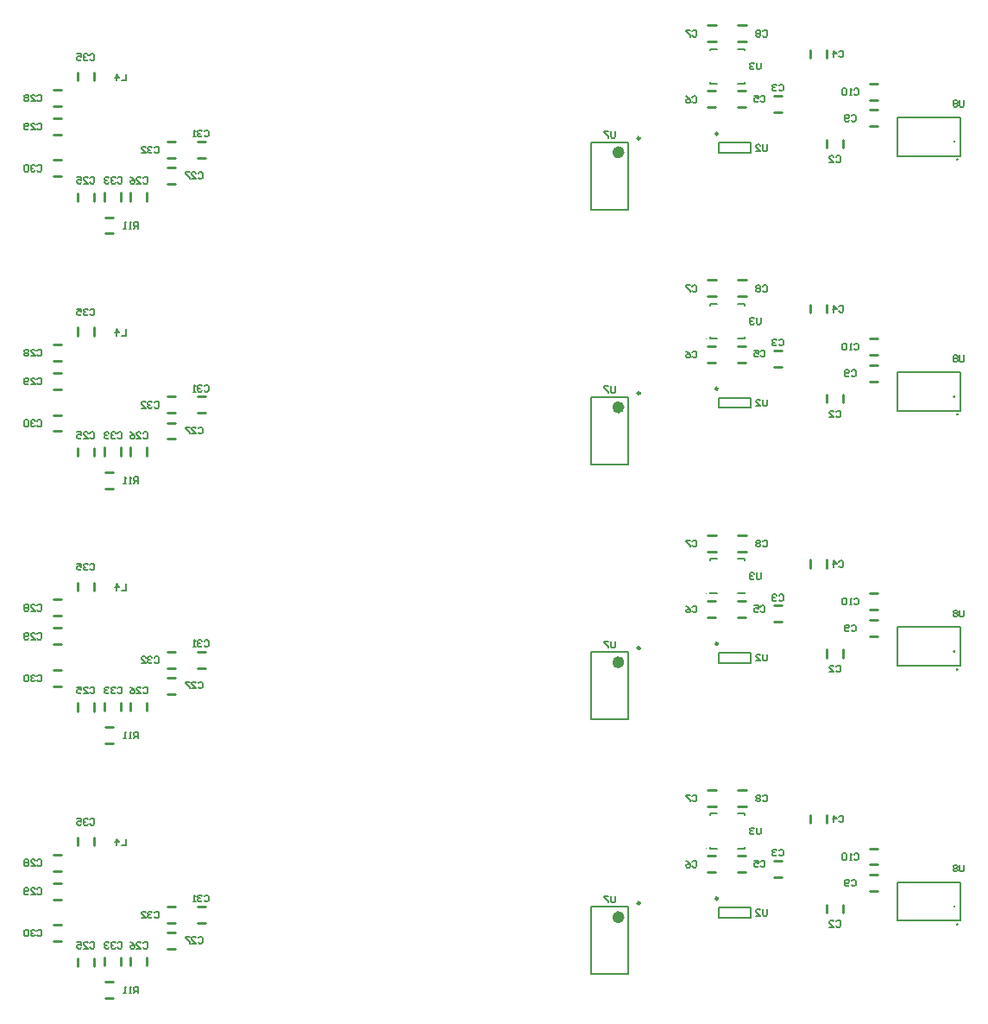
<source format=gbo>
G04*
G04 #@! TF.GenerationSoftware,Altium Limited,Altium Designer,21.0.9 (235)*
G04*
G04 Layer_Color=32896*
%FSLAX44Y44*%
%MOMM*%
G71*
G04*
G04 #@! TF.SameCoordinates,5DD7C229-C87D-40E0-AB69-EEC5175B06D6*
G04*
G04*
G04 #@! TF.FilePolarity,Positive*
G04*
G01*
G75*
%ADD10C,0.2540*%
%ADD43C,0.1270*%
%ADD44C,0.2000*%
%ADD68C,0.2500*%
%ADD72C,0.6000*%
%ADD73C,0.1000*%
D10*
X1218100Y352500D02*
G03*
X1218100Y352500I-100J0D01*
G01*
X1215100Y370000D02*
G03*
X1215100Y370000I-100J0D01*
G01*
X371000Y429793D02*
Y437793D01*
X355000Y429793D02*
Y437793D01*
Y311500D02*
Y319500D01*
X371000Y311500D02*
Y319500D01*
X397000Y312000D02*
Y320000D01*
X381000Y312000D02*
Y320000D01*
X406543Y312000D02*
Y320000D01*
X422543Y312000D02*
Y320000D01*
X1038000Y415000D02*
X1046000D01*
X1038000Y399000D02*
X1046000D01*
X1090000Y452000D02*
Y460000D01*
X1074000Y452000D02*
Y460000D01*
X1132000Y411000D02*
X1140000D01*
X1132000Y427000D02*
X1140000D01*
X1090000Y364000D02*
Y372000D01*
X1106000Y364000D02*
Y372000D01*
X1132000Y401000D02*
X1140000D01*
X1132000Y385000D02*
X1140000D01*
X1002543Y419707D02*
X1010543Y419707D01*
X1002543Y403708D02*
X1010543D01*
X973000Y403708D02*
X981000Y403708D01*
X973000Y419707D02*
X981000D01*
X1003000Y484293D02*
X1011000D01*
X1003000Y468293D02*
X1011000Y468293D01*
X973457D02*
X981457Y468293D01*
X973457Y484293D02*
X981457D01*
X382000Y295958D02*
X390000D01*
X382000Y279958D02*
X390000D01*
X331000Y377000D02*
X339000D01*
X331000Y393000D02*
X339000Y393000D01*
X331000Y336000D02*
X339000D01*
X331000Y352000D02*
X339000D01*
X472543Y370000D02*
X480543D01*
X472543Y354000D02*
X480543D01*
X443000D02*
X451000D01*
X443000Y370000D02*
X451000D01*
X443000Y344458D02*
X451000D01*
X443000Y328458D02*
X451000D01*
X331000Y405000D02*
X339000D01*
X331000Y421000D02*
X339000D01*
X1218100Y602500D02*
G03*
X1218100Y602500I-100J0D01*
G01*
X1215100Y620000D02*
G03*
X1215100Y620000I-100J0D01*
G01*
X371000Y679793D02*
Y687793D01*
X355000Y679793D02*
Y687793D01*
Y561500D02*
Y569500D01*
X371000Y561500D02*
Y569500D01*
X397000Y562000D02*
Y570000D01*
X381000Y562000D02*
Y570000D01*
X406543Y562000D02*
Y570000D01*
X422543Y562000D02*
Y570000D01*
X1038000Y665000D02*
X1046000D01*
X1038000Y649000D02*
X1046000D01*
X1090000Y702000D02*
Y710000D01*
X1074000Y702000D02*
Y710000D01*
X1132000Y661000D02*
X1140000D01*
X1132000Y677000D02*
X1140000D01*
X1090000Y614000D02*
Y622000D01*
X1106000Y614000D02*
Y622000D01*
X1132000Y651000D02*
X1140000D01*
X1132000Y635000D02*
X1140000D01*
X1002543Y669708D02*
X1010543Y669708D01*
X1002543Y653708D02*
X1010543D01*
X973000Y653708D02*
X981000Y653708D01*
X973000Y669708D02*
X981000D01*
X1003000Y734293D02*
X1011000D01*
X1003000Y718293D02*
X1011000Y718293D01*
X973457D02*
X981457Y718293D01*
X973457Y734293D02*
X981457D01*
X382000Y545958D02*
X390000D01*
X382000Y529958D02*
X390000D01*
X331000Y627000D02*
X339000D01*
X331000Y643000D02*
X339000Y643000D01*
X331000Y586000D02*
X339000D01*
X331000Y602000D02*
X339000D01*
X472543Y620000D02*
X480543D01*
X472543Y604000D02*
X480543D01*
X443000D02*
X451000D01*
X443000Y620000D02*
X451000D01*
X443000Y594458D02*
X451000D01*
X443000Y578458D02*
X451000D01*
X331000Y655000D02*
X339000D01*
X331000Y671000D02*
X339000D01*
X1218100Y852500D02*
G03*
X1218100Y852500I-100J0D01*
G01*
X1215100Y870000D02*
G03*
X1215100Y870000I-100J0D01*
G01*
X371000Y929793D02*
Y937793D01*
X355000Y929793D02*
Y937793D01*
Y811500D02*
Y819500D01*
X371000Y811500D02*
Y819500D01*
X397000Y812000D02*
Y820000D01*
X381000Y812000D02*
Y820000D01*
X406543Y812000D02*
Y820000D01*
X422543Y812000D02*
Y820000D01*
X1038000Y915000D02*
X1046000D01*
X1038000Y899000D02*
X1046000D01*
X1090000Y952000D02*
Y960000D01*
X1074000Y952000D02*
Y960000D01*
X1132000Y911000D02*
X1140000D01*
X1132000Y927000D02*
X1140000D01*
X1090000Y864000D02*
Y872000D01*
X1106000Y864000D02*
Y872000D01*
X1132000Y901000D02*
X1140000D01*
X1132000Y885000D02*
X1140000D01*
X1002543Y919708D02*
X1010543Y919708D01*
X1002543Y903708D02*
X1010543D01*
X973000Y903708D02*
X981000Y903708D01*
X973000Y919708D02*
X981000D01*
X1003000Y984293D02*
X1011000D01*
X1003000Y968293D02*
X1011000Y968293D01*
X973457D02*
X981457Y968293D01*
X973457Y984293D02*
X981457D01*
X382000Y795958D02*
X390000D01*
X382000Y779958D02*
X390000D01*
X331000Y877000D02*
X339000D01*
X331000Y893000D02*
X339000Y893000D01*
X331000Y836000D02*
X339000D01*
X331000Y852000D02*
X339000D01*
X472543Y870000D02*
X480543D01*
X472543Y854000D02*
X480543D01*
X443000D02*
X451000D01*
X443000Y870000D02*
X451000D01*
X443000Y844458D02*
X451000D01*
X443000Y828458D02*
X451000D01*
X331000Y905000D02*
X339000D01*
X331000Y921000D02*
X339000D01*
X1218100Y1102500D02*
G03*
X1218100Y1102500I-100J0D01*
G01*
X1215100Y1120000D02*
G03*
X1215100Y1120000I-100J0D01*
G01*
X371000Y1179793D02*
Y1187793D01*
X355000Y1179793D02*
Y1187793D01*
Y1061500D02*
Y1069500D01*
X371000Y1061500D02*
Y1069500D01*
X397000Y1062000D02*
Y1070000D01*
X381000Y1062000D02*
Y1070000D01*
X406543Y1062000D02*
Y1070000D01*
X422543Y1062000D02*
Y1070000D01*
X1038000Y1165000D02*
X1046000D01*
X1038000Y1149000D02*
X1046000D01*
X1090000Y1202000D02*
Y1210000D01*
X1074000Y1202000D02*
Y1210000D01*
X1132000Y1161000D02*
X1140000D01*
X1132000Y1177000D02*
X1140000D01*
X1090000Y1114000D02*
Y1122000D01*
X1106000Y1114000D02*
Y1122000D01*
X1132000Y1151000D02*
X1140000D01*
X1132000Y1135000D02*
X1140000D01*
X1002543Y1169708D02*
X1010543Y1169708D01*
X1002543Y1153708D02*
X1010543D01*
X973000Y1153708D02*
X981000Y1153708D01*
X973000Y1169708D02*
X981000D01*
X1003000Y1234293D02*
X1011000D01*
X1003000Y1218293D02*
X1011000Y1218293D01*
X973457D02*
X981457Y1218293D01*
X973457Y1234293D02*
X981457D01*
X382000Y1045958D02*
X390000D01*
X382000Y1029958D02*
X390000D01*
X331000Y1127000D02*
X339000D01*
X331000Y1143000D02*
X339000Y1143000D01*
X331000Y1086000D02*
X339000D01*
X331000Y1102000D02*
X339000D01*
X472543Y1120000D02*
X480543D01*
X472543Y1104000D02*
X480543D01*
X443000D02*
X451000D01*
X443000Y1120000D02*
X451000D01*
X443000Y1094458D02*
X451000D01*
X443000Y1078458D02*
X451000D01*
X331000Y1155000D02*
X339000D01*
X331000Y1171000D02*
X339000D01*
D43*
X367232Y455116D02*
X368290Y456174D01*
X370406D01*
X371464Y455116D01*
Y450884D01*
X370406Y449826D01*
X368290D01*
X367232Y450884D01*
X365116Y455116D02*
X364058Y456174D01*
X361942D01*
X360884Y455116D01*
Y454058D01*
X361942Y453000D01*
X363000D01*
X361942D01*
X360884Y451942D01*
Y450884D01*
X361942Y449826D01*
X364058D01*
X365116Y450884D01*
X354536Y456174D02*
X358768D01*
Y453000D01*
X356652Y454058D01*
X355594D01*
X354536Y453000D01*
Y450884D01*
X355594Y449826D01*
X357710D01*
X358768Y450884D01*
X367232Y334116D02*
X368290Y335174D01*
X370406D01*
X371464Y334116D01*
Y329884D01*
X370406Y328826D01*
X368290D01*
X367232Y329884D01*
X360884Y328826D02*
X365116D01*
X360884Y333058D01*
Y334116D01*
X361942Y335174D01*
X364058D01*
X365116Y334116D01*
X354536Y335174D02*
X358768D01*
Y332000D01*
X356652Y333058D01*
X355594D01*
X354536Y332000D01*
Y329884D01*
X355594Y328826D01*
X357710D01*
X358768Y329884D01*
X394232Y334116D02*
X395290Y335174D01*
X397406D01*
X398464Y334116D01*
Y329884D01*
X397406Y328826D01*
X395290D01*
X394232Y329884D01*
X392116Y334116D02*
X391058Y335174D01*
X388942D01*
X387884Y334116D01*
Y333058D01*
X388942Y332000D01*
X390000D01*
X388942D01*
X387884Y330942D01*
Y329884D01*
X388942Y328826D01*
X391058D01*
X392116Y329884D01*
X385768Y334116D02*
X384710Y335174D01*
X382594D01*
X381536Y334116D01*
Y333058D01*
X382594Y332000D01*
X383652D01*
X382594D01*
X381536Y330942D01*
Y329884D01*
X382594Y328826D01*
X384710D01*
X385768Y329884D01*
X419232Y334116D02*
X420290Y335174D01*
X422406D01*
X423464Y334116D01*
Y329884D01*
X422406Y328826D01*
X420290D01*
X419232Y329884D01*
X412884Y328826D02*
X417116D01*
X412884Y333058D01*
Y334116D01*
X413942Y335174D01*
X416058D01*
X417116Y334116D01*
X406536Y335174D02*
X408652Y334116D01*
X410768Y332000D01*
Y329884D01*
X409710Y328826D01*
X407594D01*
X406536Y329884D01*
Y330942D01*
X407594Y332000D01*
X410768D01*
X882290Y380174D02*
Y374884D01*
X881232Y373826D01*
X879116D01*
X878058Y374884D01*
Y380174D01*
X875942D02*
X871710D01*
Y379116D01*
X875942Y374884D01*
Y373826D01*
X1031290Y367174D02*
Y361884D01*
X1030232Y360826D01*
X1028116D01*
X1027058Y361884D01*
Y367174D01*
X1020710Y360826D02*
X1024942D01*
X1020710Y365058D01*
Y366116D01*
X1021768Y367174D01*
X1023884D01*
X1024942Y366116D01*
X1043058Y425116D02*
X1044116Y426174D01*
X1046232D01*
X1047290Y425116D01*
Y420884D01*
X1046232Y419826D01*
X1044116D01*
X1043058Y420884D01*
X1040942Y425116D02*
X1039884Y426174D01*
X1037768D01*
X1036710Y425116D01*
Y424058D01*
X1037768Y423000D01*
X1038826D01*
X1037768D01*
X1036710Y421942D01*
Y420884D01*
X1037768Y419826D01*
X1039884D01*
X1040942Y420884D01*
X1102058Y458116D02*
X1103116Y459174D01*
X1105232D01*
X1106290Y458116D01*
Y453884D01*
X1105232Y452826D01*
X1103116D01*
X1102058Y453884D01*
X1096768Y452826D02*
Y459174D01*
X1099942Y456000D01*
X1095710D01*
X1116703Y421116D02*
X1117761Y422174D01*
X1119877D01*
X1120935Y421116D01*
Y416884D01*
X1119877Y415826D01*
X1117761D01*
X1116703Y416884D01*
X1114587Y415826D02*
X1112471D01*
X1113529D01*
Y422174D01*
X1114587Y421116D01*
X1109297D02*
X1108239Y422174D01*
X1106123D01*
X1105065Y421116D01*
Y416884D01*
X1106123Y415826D01*
X1108239D01*
X1109297Y416884D01*
Y421116D01*
X1099058Y355116D02*
X1100116Y356174D01*
X1102232D01*
X1103290Y355116D01*
Y350884D01*
X1102232Y349826D01*
X1100116D01*
X1099058Y350884D01*
X1092710Y349826D02*
X1096942D01*
X1092710Y354058D01*
Y355116D01*
X1093768Y356174D01*
X1095884D01*
X1096942Y355116D01*
X1114058Y395116D02*
X1115116Y396174D01*
X1117232D01*
X1118290Y395116D01*
Y390884D01*
X1117232Y389826D01*
X1115116D01*
X1114058Y390884D01*
X1111942D02*
X1110884Y389826D01*
X1108768D01*
X1107710Y390884D01*
Y395116D01*
X1108768Y396174D01*
X1110884D01*
X1111942Y395116D01*
Y394058D01*
X1110884Y393000D01*
X1107710D01*
X1025058Y414116D02*
X1026116Y415174D01*
X1028232D01*
X1029290Y414116D01*
Y409884D01*
X1028232Y408826D01*
X1026116D01*
X1025058Y409884D01*
X1018710Y415174D02*
X1022942D01*
Y412000D01*
X1020826Y413058D01*
X1019768D01*
X1018710Y412000D01*
Y409884D01*
X1019768Y408826D01*
X1021884D01*
X1022942Y409884D01*
X958058Y413531D02*
X959116Y414589D01*
X961232D01*
X962290Y413531D01*
Y409299D01*
X961232Y408241D01*
X959116D01*
X958058Y409299D01*
X951710Y414589D02*
X953826Y413531D01*
X955942Y411415D01*
Y409299D01*
X954884Y408241D01*
X952768D01*
X951710Y409299D01*
Y410357D01*
X952768Y411415D01*
X955942D01*
X1025290Y447174D02*
Y441884D01*
X1024232Y440826D01*
X1022116D01*
X1021058Y441884D01*
Y447174D01*
X1018942Y446116D02*
X1017884Y447174D01*
X1015768D01*
X1014710Y446116D01*
Y445058D01*
X1015768Y444000D01*
X1016826D01*
X1015768D01*
X1014710Y442942D01*
Y441884D01*
X1015768Y440826D01*
X1017884D01*
X1018942Y441884D01*
X1027058Y478116D02*
X1028116Y479174D01*
X1030232D01*
X1031290Y478116D01*
Y473884D01*
X1030232Y472826D01*
X1028116D01*
X1027058Y473884D01*
X1024942Y478116D02*
X1023884Y479174D01*
X1021768D01*
X1020710Y478116D01*
Y477058D01*
X1021768Y476000D01*
X1020710Y474942D01*
Y473884D01*
X1021768Y472826D01*
X1023884D01*
X1024942Y473884D01*
Y474942D01*
X1023884Y476000D01*
X1024942Y477058D01*
Y478116D01*
X1023884Y476000D02*
X1021768D01*
X958058Y478116D02*
X959116Y479174D01*
X961232D01*
X962290Y478116D01*
Y473884D01*
X961232Y472826D01*
X959116D01*
X958058Y473884D01*
X955942Y479174D02*
X951710D01*
Y478116D01*
X955942Y473884D01*
Y472826D01*
X1224724Y410652D02*
Y405362D01*
X1223666Y404304D01*
X1221550D01*
X1220492Y405362D01*
Y410652D01*
X1218376Y409594D02*
X1217318Y410652D01*
X1215202D01*
X1214144Y409594D01*
Y408536D01*
X1215202Y407478D01*
X1214144Y406420D01*
Y405362D01*
X1215202Y404304D01*
X1217318D01*
X1218376Y405362D01*
Y406420D01*
X1217318Y407478D01*
X1218376Y408536D01*
Y409594D01*
X1217318Y407478D02*
X1215202D01*
X413877Y284826D02*
Y291174D01*
X410703D01*
X409645Y290116D01*
Y288000D01*
X410703Y286942D01*
X413877D01*
X411761D02*
X409645Y284826D01*
X407529D02*
X405413D01*
X406471D01*
Y291174D01*
X407529Y290116D01*
X402239Y284826D02*
X400123D01*
X401181D01*
Y291174D01*
X402239Y290116D01*
X402290Y436174D02*
Y429826D01*
X398058D01*
X392768D02*
Y436174D01*
X395942Y433000D01*
X391710D01*
X430232Y364116D02*
X431290Y365174D01*
X433406D01*
X434464Y364116D01*
Y359884D01*
X433406Y358826D01*
X431290D01*
X430232Y359884D01*
X428116Y364116D02*
X427058Y365174D01*
X424942D01*
X423884Y364116D01*
Y363058D01*
X424942Y362000D01*
X426000D01*
X424942D01*
X423884Y360942D01*
Y359884D01*
X424942Y358826D01*
X427058D01*
X428116Y359884D01*
X417536Y358826D02*
X421768D01*
X417536Y363058D01*
Y364116D01*
X418594Y365174D01*
X420710D01*
X421768Y364116D01*
X479174Y380116D02*
X480232Y381174D01*
X482348D01*
X483406Y380116D01*
Y375884D01*
X482348Y374826D01*
X480232D01*
X479174Y375884D01*
X477058Y380116D02*
X476000Y381174D01*
X473884D01*
X472826Y380116D01*
Y379058D01*
X473884Y378000D01*
X474942D01*
X473884D01*
X472826Y376942D01*
Y375884D01*
X473884Y374826D01*
X476000D01*
X477058Y375884D01*
X470710Y374826D02*
X468594D01*
X469652D01*
Y381174D01*
X470710Y380116D01*
X315232Y346116D02*
X316290Y347174D01*
X318406D01*
X319464Y346116D01*
Y341884D01*
X318406Y340826D01*
X316290D01*
X315232Y341884D01*
X313116Y346116D02*
X312058Y347174D01*
X309942D01*
X308884Y346116D01*
Y345058D01*
X309942Y344000D01*
X311000D01*
X309942D01*
X308884Y342942D01*
Y341884D01*
X309942Y340826D01*
X312058D01*
X313116Y341884D01*
X306768Y346116D02*
X305710Y347174D01*
X303594D01*
X302536Y346116D01*
Y341884D01*
X303594Y340826D01*
X305710D01*
X306768Y341884D01*
Y346116D01*
X315232Y387116D02*
X316290Y388174D01*
X318406D01*
X319464Y387116D01*
Y382884D01*
X318406Y381826D01*
X316290D01*
X315232Y382884D01*
X308884Y381826D02*
X313116D01*
X308884Y386058D01*
Y387116D01*
X309942Y388174D01*
X312058D01*
X313116Y387116D01*
X306768Y382884D02*
X305710Y381826D01*
X303594D01*
X302536Y382884D01*
Y387116D01*
X303594Y388174D01*
X305710D01*
X306768Y387116D01*
Y386058D01*
X305710Y385000D01*
X302536D01*
X315232Y415116D02*
X316290Y416174D01*
X318406D01*
X319464Y415116D01*
Y410884D01*
X318406Y409826D01*
X316290D01*
X315232Y410884D01*
X308884Y409826D02*
X313116D01*
X308884Y414058D01*
Y415116D01*
X309942Y416174D01*
X312058D01*
X313116Y415116D01*
X306768D02*
X305710Y416174D01*
X303594D01*
X302536Y415116D01*
Y414058D01*
X303594Y413000D01*
X302536Y411942D01*
Y410884D01*
X303594Y409826D01*
X305710D01*
X306768Y410884D01*
Y411942D01*
X305710Y413000D01*
X306768Y414058D01*
Y415116D01*
X305710Y413000D02*
X303594D01*
X473232Y339116D02*
X474290Y340174D01*
X476406D01*
X477464Y339116D01*
Y334884D01*
X476406Y333826D01*
X474290D01*
X473232Y334884D01*
X466884Y333826D02*
X471116D01*
X466884Y338058D01*
Y339116D01*
X467942Y340174D01*
X470058D01*
X471116Y339116D01*
X464768Y340174D02*
X460536D01*
Y339116D01*
X464768Y334884D01*
Y333826D01*
X367232Y705116D02*
X368290Y706174D01*
X370406D01*
X371464Y705116D01*
Y700884D01*
X370406Y699826D01*
X368290D01*
X367232Y700884D01*
X365116Y705116D02*
X364058Y706174D01*
X361942D01*
X360884Y705116D01*
Y704058D01*
X361942Y703000D01*
X363000D01*
X361942D01*
X360884Y701942D01*
Y700884D01*
X361942Y699826D01*
X364058D01*
X365116Y700884D01*
X354536Y706174D02*
X358768D01*
Y703000D01*
X356652Y704058D01*
X355594D01*
X354536Y703000D01*
Y700884D01*
X355594Y699826D01*
X357710D01*
X358768Y700884D01*
X367232Y584116D02*
X368290Y585174D01*
X370406D01*
X371464Y584116D01*
Y579884D01*
X370406Y578826D01*
X368290D01*
X367232Y579884D01*
X360884Y578826D02*
X365116D01*
X360884Y583058D01*
Y584116D01*
X361942Y585174D01*
X364058D01*
X365116Y584116D01*
X354536Y585174D02*
X358768D01*
Y582000D01*
X356652Y583058D01*
X355594D01*
X354536Y582000D01*
Y579884D01*
X355594Y578826D01*
X357710D01*
X358768Y579884D01*
X394232Y584116D02*
X395290Y585174D01*
X397406D01*
X398464Y584116D01*
Y579884D01*
X397406Y578826D01*
X395290D01*
X394232Y579884D01*
X392116Y584116D02*
X391058Y585174D01*
X388942D01*
X387884Y584116D01*
Y583058D01*
X388942Y582000D01*
X390000D01*
X388942D01*
X387884Y580942D01*
Y579884D01*
X388942Y578826D01*
X391058D01*
X392116Y579884D01*
X385768Y584116D02*
X384710Y585174D01*
X382594D01*
X381536Y584116D01*
Y583058D01*
X382594Y582000D01*
X383652D01*
X382594D01*
X381536Y580942D01*
Y579884D01*
X382594Y578826D01*
X384710D01*
X385768Y579884D01*
X419232Y584116D02*
X420290Y585174D01*
X422406D01*
X423464Y584116D01*
Y579884D01*
X422406Y578826D01*
X420290D01*
X419232Y579884D01*
X412884Y578826D02*
X417116D01*
X412884Y583058D01*
Y584116D01*
X413942Y585174D01*
X416058D01*
X417116Y584116D01*
X406536Y585174D02*
X408652Y584116D01*
X410768Y582000D01*
Y579884D01*
X409710Y578826D01*
X407594D01*
X406536Y579884D01*
Y580942D01*
X407594Y582000D01*
X410768D01*
X882290Y630174D02*
Y624884D01*
X881232Y623826D01*
X879116D01*
X878058Y624884D01*
Y630174D01*
X875942D02*
X871710D01*
Y629116D01*
X875942Y624884D01*
Y623826D01*
X1031290Y617174D02*
Y611884D01*
X1030232Y610826D01*
X1028116D01*
X1027058Y611884D01*
Y617174D01*
X1020710Y610826D02*
X1024942D01*
X1020710Y615058D01*
Y616116D01*
X1021768Y617174D01*
X1023884D01*
X1024942Y616116D01*
X1043058Y675116D02*
X1044116Y676174D01*
X1046232D01*
X1047290Y675116D01*
Y670884D01*
X1046232Y669826D01*
X1044116D01*
X1043058Y670884D01*
X1040942Y675116D02*
X1039884Y676174D01*
X1037768D01*
X1036710Y675116D01*
Y674058D01*
X1037768Y673000D01*
X1038826D01*
X1037768D01*
X1036710Y671942D01*
Y670884D01*
X1037768Y669826D01*
X1039884D01*
X1040942Y670884D01*
X1102058Y708116D02*
X1103116Y709174D01*
X1105232D01*
X1106290Y708116D01*
Y703884D01*
X1105232Y702826D01*
X1103116D01*
X1102058Y703884D01*
X1096768Y702826D02*
Y709174D01*
X1099942Y706000D01*
X1095710D01*
X1116703Y671116D02*
X1117761Y672174D01*
X1119877D01*
X1120935Y671116D01*
Y666884D01*
X1119877Y665826D01*
X1117761D01*
X1116703Y666884D01*
X1114587Y665826D02*
X1112471D01*
X1113529D01*
Y672174D01*
X1114587Y671116D01*
X1109297D02*
X1108239Y672174D01*
X1106123D01*
X1105065Y671116D01*
Y666884D01*
X1106123Y665826D01*
X1108239D01*
X1109297Y666884D01*
Y671116D01*
X1099058Y605116D02*
X1100116Y606174D01*
X1102232D01*
X1103290Y605116D01*
Y600884D01*
X1102232Y599826D01*
X1100116D01*
X1099058Y600884D01*
X1092710Y599826D02*
X1096942D01*
X1092710Y604058D01*
Y605116D01*
X1093768Y606174D01*
X1095884D01*
X1096942Y605116D01*
X1114058Y645116D02*
X1115116Y646174D01*
X1117232D01*
X1118290Y645116D01*
Y640884D01*
X1117232Y639826D01*
X1115116D01*
X1114058Y640884D01*
X1111942D02*
X1110884Y639826D01*
X1108768D01*
X1107710Y640884D01*
Y645116D01*
X1108768Y646174D01*
X1110884D01*
X1111942Y645116D01*
Y644058D01*
X1110884Y643000D01*
X1107710D01*
X1025058Y664116D02*
X1026116Y665174D01*
X1028232D01*
X1029290Y664116D01*
Y659884D01*
X1028232Y658826D01*
X1026116D01*
X1025058Y659884D01*
X1018710Y665174D02*
X1022942D01*
Y662000D01*
X1020826Y663058D01*
X1019768D01*
X1018710Y662000D01*
Y659884D01*
X1019768Y658826D01*
X1021884D01*
X1022942Y659884D01*
X958058Y663531D02*
X959116Y664589D01*
X961232D01*
X962290Y663531D01*
Y659299D01*
X961232Y658241D01*
X959116D01*
X958058Y659299D01*
X951710Y664589D02*
X953826Y663531D01*
X955942Y661415D01*
Y659299D01*
X954884Y658241D01*
X952768D01*
X951710Y659299D01*
Y660357D01*
X952768Y661415D01*
X955942D01*
X1025290Y697174D02*
Y691884D01*
X1024232Y690826D01*
X1022116D01*
X1021058Y691884D01*
Y697174D01*
X1018942Y696116D02*
X1017884Y697174D01*
X1015768D01*
X1014710Y696116D01*
Y695058D01*
X1015768Y694000D01*
X1016826D01*
X1015768D01*
X1014710Y692942D01*
Y691884D01*
X1015768Y690826D01*
X1017884D01*
X1018942Y691884D01*
X1027058Y728116D02*
X1028116Y729174D01*
X1030232D01*
X1031290Y728116D01*
Y723884D01*
X1030232Y722826D01*
X1028116D01*
X1027058Y723884D01*
X1024942Y728116D02*
X1023884Y729174D01*
X1021768D01*
X1020710Y728116D01*
Y727058D01*
X1021768Y726000D01*
X1020710Y724942D01*
Y723884D01*
X1021768Y722826D01*
X1023884D01*
X1024942Y723884D01*
Y724942D01*
X1023884Y726000D01*
X1024942Y727058D01*
Y728116D01*
X1023884Y726000D02*
X1021768D01*
X958058Y728116D02*
X959116Y729174D01*
X961232D01*
X962290Y728116D01*
Y723884D01*
X961232Y722826D01*
X959116D01*
X958058Y723884D01*
X955942Y729174D02*
X951710D01*
Y728116D01*
X955942Y723884D01*
Y722826D01*
X1224724Y660652D02*
Y655362D01*
X1223666Y654304D01*
X1221550D01*
X1220492Y655362D01*
Y660652D01*
X1218376Y659594D02*
X1217318Y660652D01*
X1215202D01*
X1214144Y659594D01*
Y658536D01*
X1215202Y657478D01*
X1214144Y656420D01*
Y655362D01*
X1215202Y654304D01*
X1217318D01*
X1218376Y655362D01*
Y656420D01*
X1217318Y657478D01*
X1218376Y658536D01*
Y659594D01*
X1217318Y657478D02*
X1215202D01*
X413877Y534826D02*
Y541174D01*
X410703D01*
X409645Y540116D01*
Y538000D01*
X410703Y536942D01*
X413877D01*
X411761D02*
X409645Y534826D01*
X407529D02*
X405413D01*
X406471D01*
Y541174D01*
X407529Y540116D01*
X402239Y534826D02*
X400123D01*
X401181D01*
Y541174D01*
X402239Y540116D01*
X402290Y686174D02*
Y679826D01*
X398058D01*
X392768D02*
Y686174D01*
X395942Y683000D01*
X391710D01*
X430232Y614116D02*
X431290Y615174D01*
X433406D01*
X434464Y614116D01*
Y609884D01*
X433406Y608826D01*
X431290D01*
X430232Y609884D01*
X428116Y614116D02*
X427058Y615174D01*
X424942D01*
X423884Y614116D01*
Y613058D01*
X424942Y612000D01*
X426000D01*
X424942D01*
X423884Y610942D01*
Y609884D01*
X424942Y608826D01*
X427058D01*
X428116Y609884D01*
X417536Y608826D02*
X421768D01*
X417536Y613058D01*
Y614116D01*
X418594Y615174D01*
X420710D01*
X421768Y614116D01*
X479174Y630116D02*
X480232Y631174D01*
X482348D01*
X483406Y630116D01*
Y625884D01*
X482348Y624826D01*
X480232D01*
X479174Y625884D01*
X477058Y630116D02*
X476000Y631174D01*
X473884D01*
X472826Y630116D01*
Y629058D01*
X473884Y628000D01*
X474942D01*
X473884D01*
X472826Y626942D01*
Y625884D01*
X473884Y624826D01*
X476000D01*
X477058Y625884D01*
X470710Y624826D02*
X468594D01*
X469652D01*
Y631174D01*
X470710Y630116D01*
X315232Y596116D02*
X316290Y597174D01*
X318406D01*
X319464Y596116D01*
Y591884D01*
X318406Y590826D01*
X316290D01*
X315232Y591884D01*
X313116Y596116D02*
X312058Y597174D01*
X309942D01*
X308884Y596116D01*
Y595058D01*
X309942Y594000D01*
X311000D01*
X309942D01*
X308884Y592942D01*
Y591884D01*
X309942Y590826D01*
X312058D01*
X313116Y591884D01*
X306768Y596116D02*
X305710Y597174D01*
X303594D01*
X302536Y596116D01*
Y591884D01*
X303594Y590826D01*
X305710D01*
X306768Y591884D01*
Y596116D01*
X315232Y637116D02*
X316290Y638174D01*
X318406D01*
X319464Y637116D01*
Y632884D01*
X318406Y631826D01*
X316290D01*
X315232Y632884D01*
X308884Y631826D02*
X313116D01*
X308884Y636058D01*
Y637116D01*
X309942Y638174D01*
X312058D01*
X313116Y637116D01*
X306768Y632884D02*
X305710Y631826D01*
X303594D01*
X302536Y632884D01*
Y637116D01*
X303594Y638174D01*
X305710D01*
X306768Y637116D01*
Y636058D01*
X305710Y635000D01*
X302536D01*
X315232Y665116D02*
X316290Y666174D01*
X318406D01*
X319464Y665116D01*
Y660884D01*
X318406Y659826D01*
X316290D01*
X315232Y660884D01*
X308884Y659826D02*
X313116D01*
X308884Y664058D01*
Y665116D01*
X309942Y666174D01*
X312058D01*
X313116Y665116D01*
X306768D02*
X305710Y666174D01*
X303594D01*
X302536Y665116D01*
Y664058D01*
X303594Y663000D01*
X302536Y661942D01*
Y660884D01*
X303594Y659826D01*
X305710D01*
X306768Y660884D01*
Y661942D01*
X305710Y663000D01*
X306768Y664058D01*
Y665116D01*
X305710Y663000D02*
X303594D01*
X473232Y589116D02*
X474290Y590174D01*
X476406D01*
X477464Y589116D01*
Y584884D01*
X476406Y583826D01*
X474290D01*
X473232Y584884D01*
X466884Y583826D02*
X471116D01*
X466884Y588058D01*
Y589116D01*
X467942Y590174D01*
X470058D01*
X471116Y589116D01*
X464768Y590174D02*
X460536D01*
Y589116D01*
X464768Y584884D01*
Y583826D01*
X367232Y955116D02*
X368290Y956174D01*
X370406D01*
X371464Y955116D01*
Y950884D01*
X370406Y949826D01*
X368290D01*
X367232Y950884D01*
X365116Y955116D02*
X364058Y956174D01*
X361942D01*
X360884Y955116D01*
Y954058D01*
X361942Y953000D01*
X363000D01*
X361942D01*
X360884Y951942D01*
Y950884D01*
X361942Y949826D01*
X364058D01*
X365116Y950884D01*
X354536Y956174D02*
X358768D01*
Y953000D01*
X356652Y954058D01*
X355594D01*
X354536Y953000D01*
Y950884D01*
X355594Y949826D01*
X357710D01*
X358768Y950884D01*
X367232Y834116D02*
X368290Y835174D01*
X370406D01*
X371464Y834116D01*
Y829884D01*
X370406Y828826D01*
X368290D01*
X367232Y829884D01*
X360884Y828826D02*
X365116D01*
X360884Y833058D01*
Y834116D01*
X361942Y835174D01*
X364058D01*
X365116Y834116D01*
X354536Y835174D02*
X358768D01*
Y832000D01*
X356652Y833058D01*
X355594D01*
X354536Y832000D01*
Y829884D01*
X355594Y828826D01*
X357710D01*
X358768Y829884D01*
X394232Y834116D02*
X395290Y835174D01*
X397406D01*
X398464Y834116D01*
Y829884D01*
X397406Y828826D01*
X395290D01*
X394232Y829884D01*
X392116Y834116D02*
X391058Y835174D01*
X388942D01*
X387884Y834116D01*
Y833058D01*
X388942Y832000D01*
X390000D01*
X388942D01*
X387884Y830942D01*
Y829884D01*
X388942Y828826D01*
X391058D01*
X392116Y829884D01*
X385768Y834116D02*
X384710Y835174D01*
X382594D01*
X381536Y834116D01*
Y833058D01*
X382594Y832000D01*
X383652D01*
X382594D01*
X381536Y830942D01*
Y829884D01*
X382594Y828826D01*
X384710D01*
X385768Y829884D01*
X419232Y834116D02*
X420290Y835174D01*
X422406D01*
X423464Y834116D01*
Y829884D01*
X422406Y828826D01*
X420290D01*
X419232Y829884D01*
X412884Y828826D02*
X417116D01*
X412884Y833058D01*
Y834116D01*
X413942Y835174D01*
X416058D01*
X417116Y834116D01*
X406536Y835174D02*
X408652Y834116D01*
X410768Y832000D01*
Y829884D01*
X409710Y828826D01*
X407594D01*
X406536Y829884D01*
Y830942D01*
X407594Y832000D01*
X410768D01*
X882290Y880174D02*
Y874884D01*
X881232Y873826D01*
X879116D01*
X878058Y874884D01*
Y880174D01*
X875942D02*
X871710D01*
Y879116D01*
X875942Y874884D01*
Y873826D01*
X1031290Y867174D02*
Y861884D01*
X1030232Y860826D01*
X1028116D01*
X1027058Y861884D01*
Y867174D01*
X1020710Y860826D02*
X1024942D01*
X1020710Y865058D01*
Y866116D01*
X1021768Y867174D01*
X1023884D01*
X1024942Y866116D01*
X1043058Y925116D02*
X1044116Y926174D01*
X1046232D01*
X1047290Y925116D01*
Y920884D01*
X1046232Y919826D01*
X1044116D01*
X1043058Y920884D01*
X1040942Y925116D02*
X1039884Y926174D01*
X1037768D01*
X1036710Y925116D01*
Y924058D01*
X1037768Y923000D01*
X1038826D01*
X1037768D01*
X1036710Y921942D01*
Y920884D01*
X1037768Y919826D01*
X1039884D01*
X1040942Y920884D01*
X1102058Y958116D02*
X1103116Y959174D01*
X1105232D01*
X1106290Y958116D01*
Y953884D01*
X1105232Y952826D01*
X1103116D01*
X1102058Y953884D01*
X1096768Y952826D02*
Y959174D01*
X1099942Y956000D01*
X1095710D01*
X1116703Y921116D02*
X1117761Y922174D01*
X1119877D01*
X1120935Y921116D01*
Y916884D01*
X1119877Y915826D01*
X1117761D01*
X1116703Y916884D01*
X1114587Y915826D02*
X1112471D01*
X1113529D01*
Y922174D01*
X1114587Y921116D01*
X1109297D02*
X1108239Y922174D01*
X1106123D01*
X1105065Y921116D01*
Y916884D01*
X1106123Y915826D01*
X1108239D01*
X1109297Y916884D01*
Y921116D01*
X1099058Y855116D02*
X1100116Y856174D01*
X1102232D01*
X1103290Y855116D01*
Y850884D01*
X1102232Y849826D01*
X1100116D01*
X1099058Y850884D01*
X1092710Y849826D02*
X1096942D01*
X1092710Y854058D01*
Y855116D01*
X1093768Y856174D01*
X1095884D01*
X1096942Y855116D01*
X1114058Y895116D02*
X1115116Y896174D01*
X1117232D01*
X1118290Y895116D01*
Y890884D01*
X1117232Y889826D01*
X1115116D01*
X1114058Y890884D01*
X1111942D02*
X1110884Y889826D01*
X1108768D01*
X1107710Y890884D01*
Y895116D01*
X1108768Y896174D01*
X1110884D01*
X1111942Y895116D01*
Y894058D01*
X1110884Y893000D01*
X1107710D01*
X1025058Y914116D02*
X1026116Y915174D01*
X1028232D01*
X1029290Y914116D01*
Y909884D01*
X1028232Y908826D01*
X1026116D01*
X1025058Y909884D01*
X1018710Y915174D02*
X1022942D01*
Y912000D01*
X1020826Y913058D01*
X1019768D01*
X1018710Y912000D01*
Y909884D01*
X1019768Y908826D01*
X1021884D01*
X1022942Y909884D01*
X958058Y913531D02*
X959116Y914589D01*
X961232D01*
X962290Y913531D01*
Y909299D01*
X961232Y908241D01*
X959116D01*
X958058Y909299D01*
X951710Y914589D02*
X953826Y913531D01*
X955942Y911415D01*
Y909299D01*
X954884Y908241D01*
X952768D01*
X951710Y909299D01*
Y910357D01*
X952768Y911415D01*
X955942D01*
X1025290Y947174D02*
Y941884D01*
X1024232Y940826D01*
X1022116D01*
X1021058Y941884D01*
Y947174D01*
X1018942Y946116D02*
X1017884Y947174D01*
X1015768D01*
X1014710Y946116D01*
Y945058D01*
X1015768Y944000D01*
X1016826D01*
X1015768D01*
X1014710Y942942D01*
Y941884D01*
X1015768Y940826D01*
X1017884D01*
X1018942Y941884D01*
X1027058Y978116D02*
X1028116Y979174D01*
X1030232D01*
X1031290Y978116D01*
Y973884D01*
X1030232Y972826D01*
X1028116D01*
X1027058Y973884D01*
X1024942Y978116D02*
X1023884Y979174D01*
X1021768D01*
X1020710Y978116D01*
Y977058D01*
X1021768Y976000D01*
X1020710Y974942D01*
Y973884D01*
X1021768Y972826D01*
X1023884D01*
X1024942Y973884D01*
Y974942D01*
X1023884Y976000D01*
X1024942Y977058D01*
Y978116D01*
X1023884Y976000D02*
X1021768D01*
X958058Y978116D02*
X959116Y979174D01*
X961232D01*
X962290Y978116D01*
Y973884D01*
X961232Y972826D01*
X959116D01*
X958058Y973884D01*
X955942Y979174D02*
X951710D01*
Y978116D01*
X955942Y973884D01*
Y972826D01*
X1224724Y910652D02*
Y905362D01*
X1223666Y904304D01*
X1221550D01*
X1220492Y905362D01*
Y910652D01*
X1218376Y909594D02*
X1217318Y910652D01*
X1215202D01*
X1214144Y909594D01*
Y908536D01*
X1215202Y907478D01*
X1214144Y906420D01*
Y905362D01*
X1215202Y904304D01*
X1217318D01*
X1218376Y905362D01*
Y906420D01*
X1217318Y907478D01*
X1218376Y908536D01*
Y909594D01*
X1217318Y907478D02*
X1215202D01*
X413877Y784826D02*
Y791174D01*
X410703D01*
X409645Y790116D01*
Y788000D01*
X410703Y786942D01*
X413877D01*
X411761D02*
X409645Y784826D01*
X407529D02*
X405413D01*
X406471D01*
Y791174D01*
X407529Y790116D01*
X402239Y784826D02*
X400123D01*
X401181D01*
Y791174D01*
X402239Y790116D01*
X402290Y936174D02*
Y929826D01*
X398058D01*
X392768D02*
Y936174D01*
X395942Y933000D01*
X391710D01*
X430232Y864116D02*
X431290Y865174D01*
X433406D01*
X434464Y864116D01*
Y859884D01*
X433406Y858826D01*
X431290D01*
X430232Y859884D01*
X428116Y864116D02*
X427058Y865174D01*
X424942D01*
X423884Y864116D01*
Y863058D01*
X424942Y862000D01*
X426000D01*
X424942D01*
X423884Y860942D01*
Y859884D01*
X424942Y858826D01*
X427058D01*
X428116Y859884D01*
X417536Y858826D02*
X421768D01*
X417536Y863058D01*
Y864116D01*
X418594Y865174D01*
X420710D01*
X421768Y864116D01*
X479174Y880116D02*
X480232Y881174D01*
X482348D01*
X483406Y880116D01*
Y875884D01*
X482348Y874826D01*
X480232D01*
X479174Y875884D01*
X477058Y880116D02*
X476000Y881174D01*
X473884D01*
X472826Y880116D01*
Y879058D01*
X473884Y878000D01*
X474942D01*
X473884D01*
X472826Y876942D01*
Y875884D01*
X473884Y874826D01*
X476000D01*
X477058Y875884D01*
X470710Y874826D02*
X468594D01*
X469652D01*
Y881174D01*
X470710Y880116D01*
X315232Y846116D02*
X316290Y847174D01*
X318406D01*
X319464Y846116D01*
Y841884D01*
X318406Y840826D01*
X316290D01*
X315232Y841884D01*
X313116Y846116D02*
X312058Y847174D01*
X309942D01*
X308884Y846116D01*
Y845058D01*
X309942Y844000D01*
X311000D01*
X309942D01*
X308884Y842942D01*
Y841884D01*
X309942Y840826D01*
X312058D01*
X313116Y841884D01*
X306768Y846116D02*
X305710Y847174D01*
X303594D01*
X302536Y846116D01*
Y841884D01*
X303594Y840826D01*
X305710D01*
X306768Y841884D01*
Y846116D01*
X315232Y887116D02*
X316290Y888174D01*
X318406D01*
X319464Y887116D01*
Y882884D01*
X318406Y881826D01*
X316290D01*
X315232Y882884D01*
X308884Y881826D02*
X313116D01*
X308884Y886058D01*
Y887116D01*
X309942Y888174D01*
X312058D01*
X313116Y887116D01*
X306768Y882884D02*
X305710Y881826D01*
X303594D01*
X302536Y882884D01*
Y887116D01*
X303594Y888174D01*
X305710D01*
X306768Y887116D01*
Y886058D01*
X305710Y885000D01*
X302536D01*
X315232Y915116D02*
X316290Y916174D01*
X318406D01*
X319464Y915116D01*
Y910884D01*
X318406Y909826D01*
X316290D01*
X315232Y910884D01*
X308884Y909826D02*
X313116D01*
X308884Y914058D01*
Y915116D01*
X309942Y916174D01*
X312058D01*
X313116Y915116D01*
X306768D02*
X305710Y916174D01*
X303594D01*
X302536Y915116D01*
Y914058D01*
X303594Y913000D01*
X302536Y911942D01*
Y910884D01*
X303594Y909826D01*
X305710D01*
X306768Y910884D01*
Y911942D01*
X305710Y913000D01*
X306768Y914058D01*
Y915116D01*
X305710Y913000D02*
X303594D01*
X473232Y839116D02*
X474290Y840174D01*
X476406D01*
X477464Y839116D01*
Y834884D01*
X476406Y833826D01*
X474290D01*
X473232Y834884D01*
X466884Y833826D02*
X471116D01*
X466884Y838058D01*
Y839116D01*
X467942Y840174D01*
X470058D01*
X471116Y839116D01*
X464768Y840174D02*
X460536D01*
Y839116D01*
X464768Y834884D01*
Y833826D01*
X367232Y1205116D02*
X368290Y1206174D01*
X370406D01*
X371464Y1205116D01*
Y1200884D01*
X370406Y1199826D01*
X368290D01*
X367232Y1200884D01*
X365116Y1205116D02*
X364058Y1206174D01*
X361942D01*
X360884Y1205116D01*
Y1204058D01*
X361942Y1203000D01*
X363000D01*
X361942D01*
X360884Y1201942D01*
Y1200884D01*
X361942Y1199826D01*
X364058D01*
X365116Y1200884D01*
X354536Y1206174D02*
X358768D01*
Y1203000D01*
X356652Y1204058D01*
X355594D01*
X354536Y1203000D01*
Y1200884D01*
X355594Y1199826D01*
X357710D01*
X358768Y1200884D01*
X367232Y1084116D02*
X368290Y1085174D01*
X370406D01*
X371464Y1084116D01*
Y1079884D01*
X370406Y1078826D01*
X368290D01*
X367232Y1079884D01*
X360884Y1078826D02*
X365116D01*
X360884Y1083058D01*
Y1084116D01*
X361942Y1085174D01*
X364058D01*
X365116Y1084116D01*
X354536Y1085174D02*
X358768D01*
Y1082000D01*
X356652Y1083058D01*
X355594D01*
X354536Y1082000D01*
Y1079884D01*
X355594Y1078826D01*
X357710D01*
X358768Y1079884D01*
X394232Y1084116D02*
X395290Y1085174D01*
X397406D01*
X398464Y1084116D01*
Y1079884D01*
X397406Y1078826D01*
X395290D01*
X394232Y1079884D01*
X392116Y1084116D02*
X391058Y1085174D01*
X388942D01*
X387884Y1084116D01*
Y1083058D01*
X388942Y1082000D01*
X390000D01*
X388942D01*
X387884Y1080942D01*
Y1079884D01*
X388942Y1078826D01*
X391058D01*
X392116Y1079884D01*
X385768Y1084116D02*
X384710Y1085174D01*
X382594D01*
X381536Y1084116D01*
Y1083058D01*
X382594Y1082000D01*
X383652D01*
X382594D01*
X381536Y1080942D01*
Y1079884D01*
X382594Y1078826D01*
X384710D01*
X385768Y1079884D01*
X419232Y1084116D02*
X420290Y1085174D01*
X422406D01*
X423464Y1084116D01*
Y1079884D01*
X422406Y1078826D01*
X420290D01*
X419232Y1079884D01*
X412884Y1078826D02*
X417116D01*
X412884Y1083058D01*
Y1084116D01*
X413942Y1085174D01*
X416058D01*
X417116Y1084116D01*
X406536Y1085174D02*
X408652Y1084116D01*
X410768Y1082000D01*
Y1079884D01*
X409710Y1078826D01*
X407594D01*
X406536Y1079884D01*
Y1080942D01*
X407594Y1082000D01*
X410768D01*
X882290Y1130174D02*
Y1124884D01*
X881232Y1123826D01*
X879116D01*
X878058Y1124884D01*
Y1130174D01*
X875942D02*
X871710D01*
Y1129116D01*
X875942Y1124884D01*
Y1123826D01*
X1031290Y1117174D02*
Y1111884D01*
X1030232Y1110826D01*
X1028116D01*
X1027058Y1111884D01*
Y1117174D01*
X1020710Y1110826D02*
X1024942D01*
X1020710Y1115058D01*
Y1116116D01*
X1021768Y1117174D01*
X1023884D01*
X1024942Y1116116D01*
X1043058Y1175116D02*
X1044116Y1176174D01*
X1046232D01*
X1047290Y1175116D01*
Y1170884D01*
X1046232Y1169826D01*
X1044116D01*
X1043058Y1170884D01*
X1040942Y1175116D02*
X1039884Y1176174D01*
X1037768D01*
X1036710Y1175116D01*
Y1174058D01*
X1037768Y1173000D01*
X1038826D01*
X1037768D01*
X1036710Y1171942D01*
Y1170884D01*
X1037768Y1169826D01*
X1039884D01*
X1040942Y1170884D01*
X1102058Y1208116D02*
X1103116Y1209174D01*
X1105232D01*
X1106290Y1208116D01*
Y1203884D01*
X1105232Y1202826D01*
X1103116D01*
X1102058Y1203884D01*
X1096768Y1202826D02*
Y1209174D01*
X1099942Y1206000D01*
X1095710D01*
X1116703Y1171116D02*
X1117761Y1172174D01*
X1119877D01*
X1120935Y1171116D01*
Y1166884D01*
X1119877Y1165826D01*
X1117761D01*
X1116703Y1166884D01*
X1114587Y1165826D02*
X1112471D01*
X1113529D01*
Y1172174D01*
X1114587Y1171116D01*
X1109297D02*
X1108239Y1172174D01*
X1106123D01*
X1105065Y1171116D01*
Y1166884D01*
X1106123Y1165826D01*
X1108239D01*
X1109297Y1166884D01*
Y1171116D01*
X1099058Y1105116D02*
X1100116Y1106174D01*
X1102232D01*
X1103290Y1105116D01*
Y1100884D01*
X1102232Y1099826D01*
X1100116D01*
X1099058Y1100884D01*
X1092710Y1099826D02*
X1096942D01*
X1092710Y1104058D01*
Y1105116D01*
X1093768Y1106174D01*
X1095884D01*
X1096942Y1105116D01*
X1114058Y1145116D02*
X1115116Y1146174D01*
X1117232D01*
X1118290Y1145116D01*
Y1140884D01*
X1117232Y1139826D01*
X1115116D01*
X1114058Y1140884D01*
X1111942D02*
X1110884Y1139826D01*
X1108768D01*
X1107710Y1140884D01*
Y1145116D01*
X1108768Y1146174D01*
X1110884D01*
X1111942Y1145116D01*
Y1144058D01*
X1110884Y1143000D01*
X1107710D01*
X1025058Y1164116D02*
X1026116Y1165174D01*
X1028232D01*
X1029290Y1164116D01*
Y1159884D01*
X1028232Y1158826D01*
X1026116D01*
X1025058Y1159884D01*
X1018710Y1165174D02*
X1022942D01*
Y1162000D01*
X1020826Y1163058D01*
X1019768D01*
X1018710Y1162000D01*
Y1159884D01*
X1019768Y1158826D01*
X1021884D01*
X1022942Y1159884D01*
X958058Y1163531D02*
X959116Y1164589D01*
X961232D01*
X962290Y1163531D01*
Y1159299D01*
X961232Y1158241D01*
X959116D01*
X958058Y1159299D01*
X951710Y1164589D02*
X953826Y1163531D01*
X955942Y1161415D01*
Y1159299D01*
X954884Y1158241D01*
X952768D01*
X951710Y1159299D01*
Y1160357D01*
X952768Y1161415D01*
X955942D01*
X1025290Y1197174D02*
Y1191884D01*
X1024232Y1190826D01*
X1022116D01*
X1021058Y1191884D01*
Y1197174D01*
X1018942Y1196116D02*
X1017884Y1197174D01*
X1015768D01*
X1014710Y1196116D01*
Y1195058D01*
X1015768Y1194000D01*
X1016826D01*
X1015768D01*
X1014710Y1192942D01*
Y1191884D01*
X1015768Y1190826D01*
X1017884D01*
X1018942Y1191884D01*
X1027058Y1228116D02*
X1028116Y1229174D01*
X1030232D01*
X1031290Y1228116D01*
Y1223884D01*
X1030232Y1222826D01*
X1028116D01*
X1027058Y1223884D01*
X1024942Y1228116D02*
X1023884Y1229174D01*
X1021768D01*
X1020710Y1228116D01*
Y1227058D01*
X1021768Y1226000D01*
X1020710Y1224942D01*
Y1223884D01*
X1021768Y1222826D01*
X1023884D01*
X1024942Y1223884D01*
Y1224942D01*
X1023884Y1226000D01*
X1024942Y1227058D01*
Y1228116D01*
X1023884Y1226000D02*
X1021768D01*
X958058Y1228116D02*
X959116Y1229174D01*
X961232D01*
X962290Y1228116D01*
Y1223884D01*
X961232Y1222826D01*
X959116D01*
X958058Y1223884D01*
X955942Y1229174D02*
X951710D01*
Y1228116D01*
X955942Y1223884D01*
Y1222826D01*
X1224724Y1160652D02*
Y1155362D01*
X1223666Y1154304D01*
X1221550D01*
X1220492Y1155362D01*
Y1160652D01*
X1218376Y1159594D02*
X1217318Y1160652D01*
X1215202D01*
X1214144Y1159594D01*
Y1158536D01*
X1215202Y1157478D01*
X1214144Y1156420D01*
Y1155362D01*
X1215202Y1154304D01*
X1217318D01*
X1218376Y1155362D01*
Y1156420D01*
X1217318Y1157478D01*
X1218376Y1158536D01*
Y1159594D01*
X1217318Y1157478D02*
X1215202D01*
X413877Y1034826D02*
Y1041174D01*
X410703D01*
X409645Y1040116D01*
Y1038000D01*
X410703Y1036942D01*
X413877D01*
X411761D02*
X409645Y1034826D01*
X407529D02*
X405413D01*
X406471D01*
Y1041174D01*
X407529Y1040116D01*
X402239Y1034826D02*
X400123D01*
X401181D01*
Y1041174D01*
X402239Y1040116D01*
X402290Y1186174D02*
Y1179826D01*
X398058D01*
X392768D02*
Y1186174D01*
X395942Y1183000D01*
X391710D01*
X430232Y1114116D02*
X431290Y1115174D01*
X433406D01*
X434464Y1114116D01*
Y1109884D01*
X433406Y1108826D01*
X431290D01*
X430232Y1109884D01*
X428116Y1114116D02*
X427058Y1115174D01*
X424942D01*
X423884Y1114116D01*
Y1113058D01*
X424942Y1112000D01*
X426000D01*
X424942D01*
X423884Y1110942D01*
Y1109884D01*
X424942Y1108826D01*
X427058D01*
X428116Y1109884D01*
X417536Y1108826D02*
X421768D01*
X417536Y1113058D01*
Y1114116D01*
X418594Y1115174D01*
X420710D01*
X421768Y1114116D01*
X479174Y1130116D02*
X480232Y1131174D01*
X482348D01*
X483406Y1130116D01*
Y1125884D01*
X482348Y1124826D01*
X480232D01*
X479174Y1125884D01*
X477058Y1130116D02*
X476000Y1131174D01*
X473884D01*
X472826Y1130116D01*
Y1129058D01*
X473884Y1128000D01*
X474942D01*
X473884D01*
X472826Y1126942D01*
Y1125884D01*
X473884Y1124826D01*
X476000D01*
X477058Y1125884D01*
X470710Y1124826D02*
X468594D01*
X469652D01*
Y1131174D01*
X470710Y1130116D01*
X315232Y1096116D02*
X316290Y1097174D01*
X318406D01*
X319464Y1096116D01*
Y1091884D01*
X318406Y1090826D01*
X316290D01*
X315232Y1091884D01*
X313116Y1096116D02*
X312058Y1097174D01*
X309942D01*
X308884Y1096116D01*
Y1095058D01*
X309942Y1094000D01*
X311000D01*
X309942D01*
X308884Y1092942D01*
Y1091884D01*
X309942Y1090826D01*
X312058D01*
X313116Y1091884D01*
X306768Y1096116D02*
X305710Y1097174D01*
X303594D01*
X302536Y1096116D01*
Y1091884D01*
X303594Y1090826D01*
X305710D01*
X306768Y1091884D01*
Y1096116D01*
X315232Y1137116D02*
X316290Y1138174D01*
X318406D01*
X319464Y1137116D01*
Y1132884D01*
X318406Y1131826D01*
X316290D01*
X315232Y1132884D01*
X308884Y1131826D02*
X313116D01*
X308884Y1136058D01*
Y1137116D01*
X309942Y1138174D01*
X312058D01*
X313116Y1137116D01*
X306768Y1132884D02*
X305710Y1131826D01*
X303594D01*
X302536Y1132884D01*
Y1137116D01*
X303594Y1138174D01*
X305710D01*
X306768Y1137116D01*
Y1136058D01*
X305710Y1135000D01*
X302536D01*
X315232Y1165116D02*
X316290Y1166174D01*
X318406D01*
X319464Y1165116D01*
Y1160884D01*
X318406Y1159826D01*
X316290D01*
X315232Y1160884D01*
X308884Y1159826D02*
X313116D01*
X308884Y1164058D01*
Y1165116D01*
X309942Y1166174D01*
X312058D01*
X313116Y1165116D01*
X306768D02*
X305710Y1166174D01*
X303594D01*
X302536Y1165116D01*
Y1164058D01*
X303594Y1163000D01*
X302536Y1161942D01*
Y1160884D01*
X303594Y1159826D01*
X305710D01*
X306768Y1160884D01*
Y1161942D01*
X305710Y1163000D01*
X306768Y1164058D01*
Y1165116D01*
X305710Y1163000D02*
X303594D01*
X473232Y1089116D02*
X474290Y1090174D01*
X476406D01*
X477464Y1089116D01*
Y1084884D01*
X476406Y1083826D01*
X474290D01*
X473232Y1084884D01*
X466884Y1083826D02*
X471116D01*
X466884Y1088058D01*
Y1089116D01*
X467942Y1090174D01*
X470058D01*
X471116Y1089116D01*
X464768Y1090174D02*
X460536D01*
Y1089116D01*
X464768Y1084884D01*
Y1083826D01*
D44*
X895500Y303543D02*
Y369543D01*
X858500Y303542D02*
Y369543D01*
X895500D01*
X858500Y303542D02*
X895500Y303543D01*
X984500Y359000D02*
Y369000D01*
X1015500Y359000D02*
Y369000D01*
X984500D02*
X1015500D01*
X984500Y359000D02*
X1015500D01*
X975650Y427000D02*
Y428500D01*
Y459500D02*
X975650Y461000D01*
X1009650Y427000D02*
Y428500D01*
Y459500D02*
Y461000D01*
X975650Y427000D02*
X982200Y427000D01*
X1003100Y427000D02*
X1009650Y427000D01*
X975650Y461000D02*
X982200D01*
X1003100D02*
X1009650D01*
X1207000Y394000D02*
X1221000D01*
X1159100Y386900D02*
Y394000D01*
Y356000D02*
Y386900D01*
X1221000Y356000D02*
Y394000D01*
X1159100D02*
X1207000D01*
X1159100Y356000D02*
X1221000D01*
X895500Y553543D02*
Y619543D01*
X858500Y553543D02*
Y619543D01*
X895500D01*
X858500Y553543D02*
X895500Y553543D01*
X984500Y609000D02*
Y619000D01*
X1015500Y609000D02*
Y619000D01*
X984500D02*
X1015500D01*
X984500Y609000D02*
X1015500D01*
X975650Y677000D02*
Y678500D01*
Y709500D02*
X975650Y711000D01*
X1009650Y677000D02*
Y678500D01*
Y709500D02*
Y711000D01*
X975650Y677000D02*
X982200Y677000D01*
X1003100Y677000D02*
X1009650Y677000D01*
X975650Y711000D02*
X982200D01*
X1003100D02*
X1009650D01*
X1207000Y644000D02*
X1221000D01*
X1159100Y636900D02*
Y644000D01*
Y606000D02*
Y636900D01*
X1221000Y606000D02*
Y644000D01*
X1159100D02*
X1207000D01*
X1159100Y606000D02*
X1221000D01*
X895500Y803543D02*
Y869543D01*
X858500Y803543D02*
Y869543D01*
X895500D01*
X858500Y803543D02*
X895500Y803543D01*
X984500Y859000D02*
Y869000D01*
X1015500Y859000D02*
Y869000D01*
X984500D02*
X1015500D01*
X984500Y859000D02*
X1015500D01*
X975650Y927000D02*
Y928500D01*
Y959500D02*
X975650Y961000D01*
X1009650Y927000D02*
Y928500D01*
Y959500D02*
Y961000D01*
X975650Y927000D02*
X982200Y927000D01*
X1003100Y927000D02*
X1009650Y927000D01*
X975650Y961000D02*
X982200D01*
X1003100D02*
X1009650D01*
X1207000Y894000D02*
X1221000D01*
X1159100Y886900D02*
Y894000D01*
Y856000D02*
Y886900D01*
X1221000Y856000D02*
Y894000D01*
X1159100D02*
X1207000D01*
X1159100Y856000D02*
X1221000D01*
X895500Y1053543D02*
Y1119543D01*
X858500Y1053543D02*
Y1119543D01*
X895500D01*
X858500Y1053543D02*
X895500Y1053543D01*
X984500Y1109000D02*
Y1119000D01*
X1015500Y1109000D02*
Y1119000D01*
X984500D02*
X1015500D01*
X984500Y1109000D02*
X1015500D01*
X975650Y1177000D02*
Y1178500D01*
Y1209500D02*
X975650Y1211000D01*
X1009650Y1177000D02*
Y1178500D01*
Y1209500D02*
Y1211000D01*
X975650Y1177000D02*
X982200Y1177000D01*
X1003100Y1177000D02*
X1009650Y1177000D01*
X975650Y1211000D02*
X982200D01*
X1003100D02*
X1009650D01*
X1207000Y1144000D02*
X1221000D01*
X1159100Y1136900D02*
Y1144000D01*
Y1106000D02*
Y1136900D01*
X1221000Y1106000D02*
Y1144000D01*
X1159100D02*
X1207000D01*
X1159100Y1106000D02*
X1221000D01*
D68*
X906750Y373293D02*
G03*
X906750Y373293I-1250J0D01*
G01*
X983250Y377750D02*
G03*
X983250Y377750I-1250J0D01*
G01*
X906750Y623293D02*
G03*
X906750Y623293I-1250J0D01*
G01*
X983250Y627750D02*
G03*
X983250Y627750I-1250J0D01*
G01*
X906750Y873293D02*
G03*
X906750Y873293I-1250J0D01*
G01*
X983250Y877750D02*
G03*
X983250Y877750I-1250J0D01*
G01*
X906750Y1123293D02*
G03*
X906750Y1123293I-1250J0D01*
G01*
X983250Y1127750D02*
G03*
X983250Y1127750I-1250J0D01*
G01*
D72*
X888500Y359543D02*
G03*
X888500Y359543I-3000J0D01*
G01*
Y609543D02*
G03*
X888500Y609543I-3000J0D01*
G01*
Y859543D02*
G03*
X888500Y859543I-3000J0D01*
G01*
Y1109543D02*
G03*
X888500Y1109543I-3000J0D01*
G01*
D73*
X972150Y427000D02*
G03*
X972150Y427000I-500J0D01*
G01*
Y677000D02*
G03*
X972150Y677000I-500J0D01*
G01*
Y927000D02*
G03*
X972150Y927000I-500J0D01*
G01*
Y1177000D02*
G03*
X972150Y1177000I-500J0D01*
G01*
M02*

</source>
